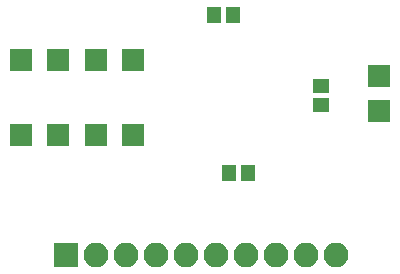
<source format=gbs>
G04 #@! TF.GenerationSoftware,KiCad,Pcbnew,(2018-02-15 revision 29b28de31)-makepkg*
G04 #@! TF.CreationDate,2019-02-03T15:17:45+10:30*
G04 #@! TF.ProjectId,CS5464_Breakout,4353353436345F427265616B6F75742E,rev?*
G04 #@! TF.SameCoordinates,Original*
G04 #@! TF.FileFunction,Soldermask,Bot*
G04 #@! TF.FilePolarity,Negative*
%FSLAX46Y46*%
G04 Gerber Fmt 4.6, Leading zero omitted, Abs format (unit mm)*
G04 Created by KiCad (PCBNEW (2018-02-15 revision 29b28de31)-makepkg) date 02/03/19 15:17:45*
%MOMM*%
%LPD*%
G01*
G04 APERTURE LIST*
%ADD10R,1.900000X1.900000*%
%ADD11R,1.220000X1.400000*%
%ADD12R,1.400000X1.220000*%
%ADD13R,2.100000X2.100000*%
%ADD14O,2.100000X2.100000*%
G04 APERTURE END LIST*
D10*
X143394000Y-91516900D03*
X143394000Y-94510700D03*
X122555000Y-96520000D03*
X119380000Y-96520000D03*
X116205000Y-96520000D03*
X113030000Y-96520000D03*
X119380000Y-90170000D03*
X113030000Y-90170000D03*
X116205000Y-90170000D03*
X122555000Y-90170000D03*
D11*
X130645000Y-99695000D03*
X132245000Y-99695000D03*
X130975000Y-86360000D03*
X129375000Y-86360000D03*
D12*
X138430000Y-93980000D03*
X138430000Y-92380000D03*
D13*
X116840000Y-106680000D03*
D14*
X119380000Y-106680000D03*
X121920000Y-106680000D03*
X124460000Y-106680000D03*
X127000000Y-106680000D03*
X129540000Y-106680000D03*
X132080000Y-106680000D03*
X134620000Y-106680000D03*
X137160000Y-106680000D03*
X139700000Y-106680000D03*
M02*

</source>
